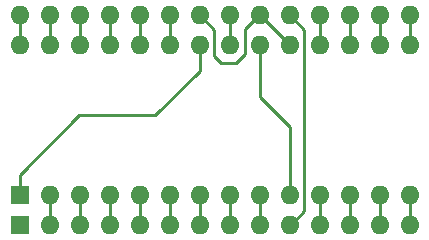
<source format=gtl>
%TF.GenerationSoftware,KiCad,Pcbnew,(5.1.9)-1*%
%TF.CreationDate,2021-06-07T23:04:27-04:00*%
%TF.ProjectId,cbm-pla,63626d2d-706c-4612-9e6b-696361645f70,rev?*%
%TF.SameCoordinates,Original*%
%TF.FileFunction,Copper,L1,Top*%
%TF.FilePolarity,Positive*%
%FSLAX46Y46*%
G04 Gerber Fmt 4.6, Leading zero omitted, Abs format (unit mm)*
G04 Created by KiCad (PCBNEW (5.1.9)-1) date 2021-06-07 23:04:27*
%MOMM*%
%LPD*%
G01*
G04 APERTURE LIST*
%TA.AperFunction,ComponentPad*%
%ADD10O,1.600000X1.600000*%
%TD*%
%TA.AperFunction,ComponentPad*%
%ADD11R,1.600000X1.600000*%
%TD*%
%TA.AperFunction,Conductor*%
%ADD12C,0.250000*%
%TD*%
G04 APERTURE END LIST*
D10*
%TO.P,J2,28*%
%TO.N,P28*%
X133896100Y-71577200D03*
%TO.P,J2,14*%
%TO.N,P14*%
X166916100Y-86817200D03*
%TO.P,J2,27*%
%TO.N,P27*%
X136436100Y-71577200D03*
%TO.P,J2,13*%
%TO.N,P13*%
X164376100Y-86817200D03*
%TO.P,J2,26*%
%TO.N,P26*%
X138976100Y-71577200D03*
%TO.P,J2,12*%
%TO.N,P12*%
X161836100Y-86817200D03*
%TO.P,J2,25*%
%TO.N,P25*%
X141516100Y-71577200D03*
%TO.P,J2,11*%
%TO.N,P11*%
X159296100Y-86817200D03*
%TO.P,J2,24*%
%TO.N,P24*%
X144056100Y-71577200D03*
%TO.P,J2,10*%
%TO.N,Net-(J1-Pad20)*%
X156756100Y-86817200D03*
%TO.P,J2,23*%
%TO.N,P23*%
X146596100Y-71577200D03*
%TO.P,J2,9*%
%TO.N,P9*%
X154216100Y-86817200D03*
%TO.P,J2,22*%
%TO.N,Net-(J1-Pad19)*%
X149136100Y-71577200D03*
%TO.P,J2,8*%
%TO.N,P8*%
X151676100Y-86817200D03*
%TO.P,J2,21*%
%TO.N,P21*%
X151676100Y-71577200D03*
%TO.P,J2,7*%
%TO.N,P7*%
X149136100Y-86817200D03*
%TO.P,J2,20*%
%TO.N,Net-(J1-Pad19)*%
X154216100Y-71577200D03*
%TO.P,J2,6*%
%TO.N,P6*%
X146596100Y-86817200D03*
%TO.P,J2,19*%
%TO.N,Net-(J1-Pad10)*%
X156756100Y-71577200D03*
%TO.P,J2,5*%
%TO.N,P5*%
X144056100Y-86817200D03*
%TO.P,J2,18*%
%TO.N,P18*%
X159296100Y-71577200D03*
%TO.P,J2,4*%
%TO.N,P4*%
X141516100Y-86817200D03*
%TO.P,J2,17*%
%TO.N,P17*%
X161836100Y-71577200D03*
%TO.P,J2,3*%
%TO.N,P3*%
X138976100Y-86817200D03*
%TO.P,J2,16*%
%TO.N,P16*%
X164376100Y-71577200D03*
%TO.P,J2,2*%
%TO.N,P2*%
X136436100Y-86817200D03*
%TO.P,J2,15*%
%TO.N,P15*%
X166916100Y-71577200D03*
D11*
%TO.P,J2,1*%
%TO.N,Net-(J1-Pad22)*%
X133896100Y-86817200D03*
%TD*%
D10*
%TO.P,J1,28*%
%TO.N,P28*%
X133896100Y-74066400D03*
%TO.P,J1,14*%
%TO.N,P14*%
X166916100Y-89306400D03*
%TO.P,J1,27*%
%TO.N,P27*%
X136436100Y-74066400D03*
%TO.P,J1,13*%
%TO.N,P13*%
X164376100Y-89306400D03*
%TO.P,J1,26*%
%TO.N,P26*%
X138976100Y-74066400D03*
%TO.P,J1,12*%
%TO.N,P12*%
X161836100Y-89306400D03*
%TO.P,J1,25*%
%TO.N,P25*%
X141516100Y-74066400D03*
%TO.P,J1,11*%
%TO.N,P11*%
X159296100Y-89306400D03*
%TO.P,J1,24*%
%TO.N,P24*%
X144056100Y-74066400D03*
%TO.P,J1,10*%
%TO.N,Net-(J1-Pad10)*%
X156756100Y-89306400D03*
%TO.P,J1,23*%
%TO.N,P23*%
X146596100Y-74066400D03*
%TO.P,J1,9*%
%TO.N,P9*%
X154216100Y-89306400D03*
%TO.P,J1,22*%
%TO.N,Net-(J1-Pad22)*%
X149136100Y-74066400D03*
%TO.P,J1,8*%
%TO.N,P8*%
X151676100Y-89306400D03*
%TO.P,J1,21*%
%TO.N,P21*%
X151676100Y-74066400D03*
%TO.P,J1,7*%
%TO.N,P7*%
X149136100Y-89306400D03*
%TO.P,J1,20*%
%TO.N,Net-(J1-Pad20)*%
X154216100Y-74066400D03*
%TO.P,J1,6*%
%TO.N,P6*%
X146596100Y-89306400D03*
%TO.P,J1,19*%
%TO.N,Net-(J1-Pad19)*%
X156756100Y-74066400D03*
%TO.P,J1,5*%
%TO.N,P5*%
X144056100Y-89306400D03*
%TO.P,J1,18*%
%TO.N,P18*%
X159296100Y-74066400D03*
%TO.P,J1,4*%
%TO.N,P4*%
X141516100Y-89306400D03*
%TO.P,J1,17*%
%TO.N,P17*%
X161836100Y-74066400D03*
%TO.P,J1,3*%
%TO.N,P3*%
X138976100Y-89306400D03*
%TO.P,J1,16*%
%TO.N,P16*%
X164376100Y-74066400D03*
%TO.P,J1,2*%
%TO.N,P2*%
X136436100Y-89306400D03*
%TO.P,J1,15*%
%TO.N,P15*%
X166916100Y-74066400D03*
D11*
%TO.P,J1,1*%
%TO.N,N/C*%
X133896100Y-89306400D03*
%TD*%
D12*
%TO.N,Net-(J1-Pad10)*%
X156756100Y-89306400D02*
X156832300Y-89306400D01*
X156832300Y-89306400D02*
X158000700Y-88138000D01*
X158000700Y-72821800D02*
X156756100Y-71577200D01*
X158000700Y-88138000D02*
X158000700Y-72821800D01*
%TO.N,Net-(J1-Pad22)*%
X133896100Y-86817200D02*
X133896100Y-85064600D01*
X133896100Y-85064600D02*
X138925300Y-80035400D01*
X138925300Y-80035400D02*
X145364200Y-80035400D01*
X149136100Y-76263500D02*
X149136100Y-74066400D01*
X145364200Y-80035400D02*
X149136100Y-76263500D01*
%TO.N,Net-(J1-Pad20)*%
X154216100Y-74066400D02*
X154216100Y-78473300D01*
X156756100Y-81013300D02*
X156756100Y-86817200D01*
X154216100Y-78473300D02*
X156756100Y-81013300D01*
%TO.N,Net-(J1-Pad19)*%
X154266900Y-71577200D02*
X156756100Y-74066400D01*
X154216100Y-71577200D02*
X154266900Y-71577200D01*
X154216100Y-71577200D02*
X154127200Y-71577200D01*
X154127200Y-71577200D02*
X152996900Y-72707500D01*
X152996900Y-72707500D02*
X152996900Y-74879200D01*
X152996900Y-74879200D02*
X152247600Y-75628500D01*
X152247600Y-75628500D02*
X150964900Y-75628500D01*
X150964900Y-75628500D02*
X150380700Y-75044300D01*
X150380700Y-72821800D02*
X149136100Y-71577200D01*
X150380700Y-75044300D02*
X150380700Y-72821800D01*
%TO.N,P28*%
X133896100Y-71577200D02*
X133896100Y-74066400D01*
%TO.N,P14*%
X166916100Y-86817200D02*
X166916100Y-89306400D01*
%TO.N,P27*%
X136436100Y-71577200D02*
X136436100Y-74066400D01*
%TO.N,P13*%
X164376100Y-86817200D02*
X164376100Y-89306400D01*
%TO.N,P26*%
X138976100Y-71577200D02*
X138976100Y-74066400D01*
%TO.N,P12*%
X161836100Y-86817200D02*
X161836100Y-89306400D01*
%TO.N,P25*%
X141516100Y-71577200D02*
X141516100Y-74066400D01*
%TO.N,P11*%
X159296100Y-86817200D02*
X159296100Y-89306400D01*
%TO.N,P24*%
X144056100Y-71577200D02*
X144056100Y-74066400D01*
%TO.N,P23*%
X146596100Y-71577200D02*
X146596100Y-74066400D01*
%TO.N,P9*%
X154216100Y-86817200D02*
X154216100Y-89306400D01*
%TO.N,P8*%
X151676100Y-86817200D02*
X151676100Y-89306400D01*
%TO.N,P21*%
X151676100Y-71577200D02*
X151676100Y-74066400D01*
%TO.N,P7*%
X149136100Y-86817200D02*
X149136100Y-89306400D01*
%TO.N,P6*%
X146596100Y-86817200D02*
X146596100Y-89306400D01*
%TO.N,P5*%
X144056100Y-86817200D02*
X144056100Y-89306400D01*
%TO.N,P18*%
X159296100Y-71577200D02*
X159296100Y-74066400D01*
%TO.N,P4*%
X141516100Y-86817200D02*
X141516100Y-89306400D01*
%TO.N,P17*%
X161836100Y-71577200D02*
X161836100Y-74066400D01*
%TO.N,P3*%
X138976100Y-89306400D02*
X138976100Y-86817200D01*
%TO.N,P16*%
X164376100Y-71577200D02*
X164376100Y-74066400D01*
%TO.N,P2*%
X136436100Y-89306400D02*
X136436100Y-86817200D01*
%TO.N,P15*%
X166916100Y-71577200D02*
X166916100Y-74066400D01*
%TD*%
M02*

</source>
